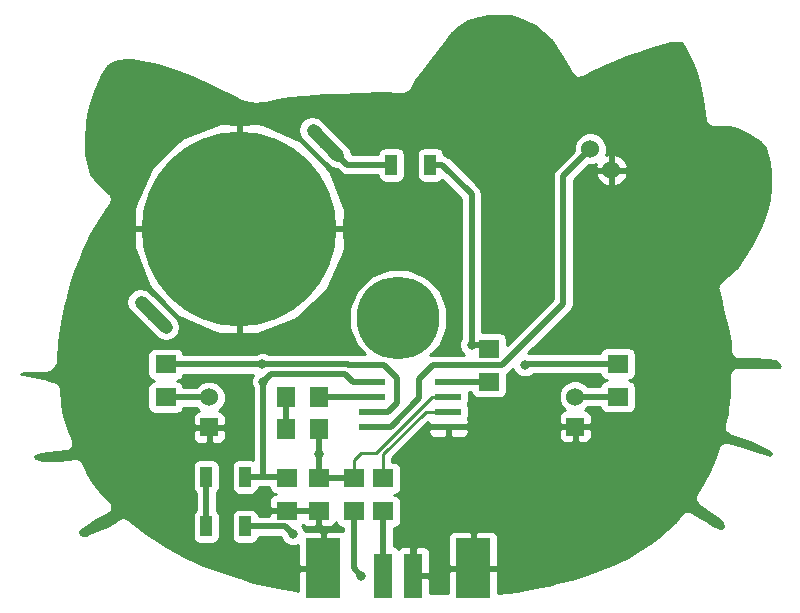
<source format=gbr>
G04 #@! TF.GenerationSoftware,KiCad,Pcbnew,no-vcs-found-4b010ca~60~ubuntu16.04.1*
G04 #@! TF.CreationDate,2017-10-03T11:45:03+03:00*
G04 #@! TF.ProjectId,TuxCon_Kitty_Rev_A,547578436F6E5F4B697474795F526576,rev?*
G04 #@! TF.SameCoordinates,Original*
G04 #@! TF.FileFunction,Copper,L2,Bot,Signal*
G04 #@! TF.FilePolarity,Positive*
%FSLAX46Y46*%
G04 Gerber Fmt 4.6, Leading zero omitted, Abs format (unit mm)*
G04 Created by KiCad (PCBNEW no-vcs-found-4b010ca~60~ubuntu16.04.1) date Tue Oct  3 11:45:03 2017*
%MOMM*%
%LPD*%
G01*
G04 APERTURE LIST*
%ADD10R,3.000000X5.080000*%
%ADD11R,1.524000X3.810000*%
%ADD12C,7.000000*%
%ADD13R,2.200000X0.600000*%
%ADD14C,1.524000*%
%ADD15R,1.524000X1.524000*%
%ADD16C,1.110000*%
%ADD17C,1.110000*%
%ADD18C,16.500000*%
%ADD19R,1.778000X1.524000*%
%ADD20R,1.000000X1.700000*%
%ADD21R,1.524000X1.778000*%
%ADD22C,0.800000*%
%ADD23C,0.508000*%
%ADD24C,0.254000*%
G04 APERTURE END LIST*
D10*
X120150000Y-81788000D03*
X132850000Y-81788000D03*
D11*
X125230000Y-82423000D03*
X127770000Y-82423000D03*
D12*
X126500000Y-60579000D03*
D13*
X124276500Y-65976500D03*
X124276500Y-67246500D03*
X124276500Y-68516500D03*
X124276500Y-69786500D03*
X130746500Y-69786500D03*
X130746500Y-68516500D03*
X130746500Y-67246500D03*
X130746500Y-65976500D03*
D14*
X110490000Y-67310000D03*
D15*
X110490000Y-69850000D03*
X141478000Y-69786500D03*
D14*
X141478000Y-67246500D03*
D16*
X120304007Y-45748493D03*
D17*
X121346990Y-46791476D02*
X119261024Y-44705510D01*
D18*
X113030000Y-53022500D03*
D16*
X105755993Y-60296507D03*
D17*
X106798976Y-61339490D02*
X104713010Y-59253524D01*
D14*
X142752513Y-46268936D03*
X144548564Y-48064987D03*
D19*
X119761000Y-74104500D03*
X119761000Y-76898500D03*
X117094000Y-76898500D03*
X117094000Y-74104500D03*
D20*
X129221500Y-47625000D03*
X125921500Y-47625000D03*
X110237000Y-78232000D03*
X113537000Y-78232000D03*
X110237000Y-74041000D03*
X113537000Y-74041000D03*
D19*
X145097500Y-67246500D03*
X145097500Y-64452500D03*
X106807000Y-64516000D03*
X106807000Y-67310000D03*
D21*
X119824500Y-69977000D03*
X117030500Y-69977000D03*
X119824500Y-67246500D03*
X117030500Y-67246500D03*
D19*
X134175500Y-65976500D03*
X134175500Y-63182500D03*
X122745500Y-76962000D03*
X122745500Y-74168000D03*
X125222000Y-74168000D03*
X125222000Y-76962000D03*
D22*
X119824500Y-72072500D03*
X132715000Y-62865000D03*
X115062000Y-65976500D03*
X117560000Y-78870002D03*
X137200000Y-64580000D03*
X114998500Y-64516000D03*
X123380500Y-82423000D03*
D23*
X125921500Y-47625000D02*
X122180514Y-47625000D01*
X122180514Y-47625000D02*
X120304007Y-45748493D01*
X127770000Y-82423000D02*
X127770000Y-79113000D01*
X127770000Y-79113000D02*
X134556500Y-72326500D01*
X134556500Y-72326500D02*
X134556500Y-69786500D01*
X141478000Y-69786500D02*
X134556500Y-69786500D01*
X134556500Y-69786500D02*
X130746500Y-69786500D01*
X124276500Y-69786500D02*
X125884500Y-69786500D01*
X135246702Y-64579500D02*
X140462000Y-59364202D01*
X125884500Y-69786500D02*
X128270000Y-67401000D01*
X128270000Y-67401000D02*
X128270000Y-65786000D01*
X128270000Y-65786000D02*
X129476500Y-64579500D01*
X129476500Y-64579500D02*
X135246702Y-64579500D01*
X140462000Y-59364202D02*
X140462000Y-48559449D01*
X140462000Y-48559449D02*
X142752513Y-46268936D01*
X119824500Y-72072500D02*
X119824500Y-74168000D01*
X119824500Y-69977000D02*
X119824500Y-72072500D01*
X119824500Y-74168000D02*
X122745500Y-74168000D01*
D24*
X123380500Y-72009000D02*
X122745500Y-72644000D01*
X122745500Y-72644000D02*
X122745500Y-74168000D01*
X124630000Y-72009000D02*
X123380500Y-72009000D01*
X130746500Y-67246500D02*
X129392500Y-67246500D01*
X129392500Y-67246500D02*
X124630000Y-72009000D01*
D23*
X132715000Y-62865000D02*
X132715000Y-50110500D01*
X132715000Y-50110500D02*
X130229500Y-47625000D01*
X130229500Y-47625000D02*
X129221500Y-47625000D01*
X132715000Y-62865000D02*
X133858000Y-62865000D01*
X133858000Y-62865000D02*
X134175500Y-63182500D01*
X124276500Y-65976500D02*
X122668500Y-65976500D01*
X115062000Y-65976500D02*
X115062000Y-74041000D01*
X122668500Y-65976500D02*
X122033500Y-65341500D01*
X122033500Y-65341500D02*
X115697000Y-65341500D01*
X115697000Y-65341500D02*
X115062000Y-65976500D01*
X113601500Y-74041000D02*
X115062000Y-74041000D01*
X115062000Y-74041000D02*
X117094000Y-74041000D01*
X110236000Y-74041000D02*
X110237000Y-74042000D01*
X110237000Y-74042000D02*
X110237000Y-78232000D01*
X117160001Y-78470003D02*
X117560000Y-78870002D01*
X116921998Y-78232000D02*
X117160001Y-78470003D01*
X113537000Y-78232000D02*
X116921998Y-78232000D01*
X141478000Y-67246500D02*
X145097500Y-67246500D01*
X106807000Y-67310000D02*
X110490000Y-67310000D01*
X137327500Y-64452500D02*
X137200000Y-64580000D01*
X145097500Y-64452500D02*
X137327500Y-64452500D01*
X124276500Y-68516500D02*
X125666500Y-68516500D01*
X122209277Y-64516000D02*
X114998500Y-64516000D01*
X125666500Y-68516500D02*
X126428500Y-67754500D01*
X126428500Y-67754500D02*
X126428500Y-65659000D01*
X126428500Y-65659000D02*
X125302501Y-64533001D01*
X125302501Y-64533001D02*
X122226278Y-64533001D01*
X122226278Y-64533001D02*
X122209277Y-64516000D01*
X114998500Y-64516000D02*
X106807000Y-64516000D01*
X117030500Y-69977000D02*
X117030500Y-67246500D01*
X124276500Y-67246500D02*
X119824500Y-67246500D01*
X130746500Y-65976500D02*
X134175500Y-65976500D01*
X122745500Y-76962000D02*
X122745500Y-81788000D01*
X122745500Y-81788000D02*
X123380500Y-82423000D01*
D24*
X130746500Y-68516500D02*
X128841500Y-68516500D01*
X128841500Y-68516500D02*
X125222000Y-72136000D01*
X125222000Y-72136000D02*
X125222000Y-74168000D01*
D23*
X125222000Y-76962000D02*
X125222000Y-82415000D01*
X125222000Y-82415000D02*
X125230000Y-82423000D01*
D24*
G36*
X136076171Y-35056320D02*
X136957136Y-35331622D01*
X138095505Y-35900806D01*
X139416146Y-37049190D01*
X140364751Y-38472098D01*
X141177400Y-39909860D01*
X141263121Y-40009429D01*
X141346767Y-40110716D01*
X141353311Y-40114188D01*
X141358145Y-40119803D01*
X141475431Y-40178982D01*
X141591483Y-40240557D01*
X141598859Y-40241261D01*
X141605473Y-40244598D01*
X141736462Y-40254387D01*
X141867259Y-40266864D01*
X141874344Y-40264691D01*
X141881731Y-40265243D01*
X142006498Y-40224159D01*
X142132111Y-40185634D01*
X142940709Y-39750236D01*
X143991579Y-39255709D01*
X144861252Y-38882992D01*
X145792093Y-38510656D01*
X146857803Y-38134523D01*
X146860751Y-38132773D01*
X146864138Y-38132253D01*
X147553606Y-37881537D01*
X148094316Y-37701300D01*
X149258116Y-37395037D01*
X149535418Y-37339577D01*
X149910457Y-37286000D01*
X150217096Y-37286000D01*
X150359845Y-37321687D01*
X150415173Y-37340130D01*
X150504891Y-37407419D01*
X150683333Y-37630471D01*
X150895726Y-37949060D01*
X151488391Y-39134390D01*
X151719568Y-39827920D01*
X151961351Y-40734607D01*
X152207462Y-42026689D01*
X152459136Y-43788409D01*
X152488678Y-43872390D01*
X152506046Y-43959705D01*
X152534231Y-44001887D01*
X152551064Y-44049740D01*
X152610492Y-44116020D01*
X152659954Y-44190046D01*
X152702135Y-44218230D01*
X152736000Y-44256000D01*
X152816273Y-44294494D01*
X152890295Y-44343954D01*
X152940051Y-44353851D01*
X152985792Y-44375786D01*
X153074682Y-44380631D01*
X153162000Y-44398000D01*
X154483781Y-44398000D01*
X155211100Y-44553854D01*
X156229386Y-45062997D01*
X157108842Y-45667623D01*
X157531836Y-46231614D01*
X157861064Y-47383911D01*
X157976500Y-48365122D01*
X157976500Y-49551879D01*
X157859674Y-50544900D01*
X157623312Y-51490348D01*
X157205052Y-52745128D01*
X156357167Y-54380334D01*
X155155291Y-56243242D01*
X153762769Y-57514675D01*
X153692189Y-57610573D01*
X153616365Y-57702389D01*
X153610471Y-57721606D01*
X153598560Y-57737790D01*
X153570051Y-57853398D01*
X153535136Y-57967241D01*
X153537044Y-57987246D01*
X153532232Y-58006761D01*
X153550136Y-58124481D01*
X153561443Y-58243017D01*
X153743741Y-58850676D01*
X153928260Y-59711766D01*
X153933105Y-59722991D01*
X153933699Y-59735200D01*
X154121278Y-60485519D01*
X154307565Y-61354854D01*
X154552628Y-62641438D01*
X154613091Y-63427455D01*
X154643241Y-63535086D01*
X154665046Y-63644705D01*
X154680375Y-63667646D01*
X154687817Y-63694214D01*
X154756857Y-63782111D01*
X154818954Y-63875046D01*
X154841894Y-63890374D01*
X154858938Y-63912073D01*
X154956366Y-63966861D01*
X155049295Y-64028954D01*
X155076355Y-64034337D01*
X155100405Y-64047861D01*
X155211379Y-64061195D01*
X155321000Y-64083000D01*
X156574113Y-64083000D01*
X157848987Y-64143708D01*
X158436805Y-64241678D01*
X158563758Y-64317850D01*
X158694150Y-64448242D01*
X158810412Y-64642012D01*
X158823393Y-64674463D01*
X158738887Y-64702632D01*
X157924500Y-64756924D01*
X157019228Y-64696573D01*
X156995486Y-64699672D01*
X156972000Y-64695000D01*
X155257500Y-64695000D01*
X154985795Y-64749046D01*
X154755454Y-64902954D01*
X154601546Y-65133295D01*
X154547500Y-65405000D01*
X154547500Y-66391462D01*
X154487264Y-67114302D01*
X154425381Y-67671252D01*
X154363256Y-68168251D01*
X154301806Y-68598401D01*
X154245565Y-68935850D01*
X154064518Y-69599687D01*
X154056444Y-69715000D01*
X154040806Y-69829528D01*
X154046822Y-69852422D01*
X154045169Y-69876038D01*
X154081838Y-69985664D01*
X154111217Y-70097458D01*
X154125537Y-70116307D01*
X154133047Y-70138759D01*
X154208880Y-70226010D01*
X154278803Y-70318048D01*
X154299247Y-70329983D01*
X154314776Y-70347850D01*
X154418214Y-70399434D01*
X154518047Y-70457715D01*
X156323344Y-71080231D01*
X157339825Y-71558576D01*
X157995407Y-71940999D01*
X157998166Y-71943758D01*
X158025383Y-72107063D01*
X158016602Y-72142188D01*
X158000913Y-72173565D01*
X157770787Y-72140690D01*
X156884029Y-71845104D01*
X155619049Y-71402361D01*
X155595638Y-71399054D01*
X155574527Y-71388402D01*
X154431527Y-71070902D01*
X154405162Y-71068932D01*
X154380743Y-71058787D01*
X154267844Y-71058669D01*
X154155269Y-71050256D01*
X154130155Y-71058526D01*
X154103715Y-71058498D01*
X153999374Y-71101590D01*
X153892139Y-71136900D01*
X153872101Y-71154152D01*
X153847663Y-71164244D01*
X153767752Y-71243988D01*
X153682197Y-71317645D01*
X153670286Y-71341251D01*
X153651570Y-71359928D01*
X153608259Y-71464180D01*
X153557402Y-71564973D01*
X153555431Y-71591341D01*
X153545288Y-71615757D01*
X153493048Y-71876957D01*
X153141914Y-72813313D01*
X152717121Y-73723584D01*
X152239825Y-74618515D01*
X151949249Y-75025321D01*
X151926246Y-75076298D01*
X151891957Y-75120478D01*
X151701457Y-75501478D01*
X151679652Y-75581101D01*
X151645412Y-75656221D01*
X151643410Y-75713446D01*
X151628287Y-75768669D01*
X151638612Y-75850573D01*
X151635725Y-75933080D01*
X151655774Y-75986714D01*
X151662935Y-76043522D01*
X151703819Y-76115243D01*
X151732725Y-76192571D01*
X151771772Y-76234449D01*
X151800128Y-76284193D01*
X151865347Y-76334809D01*
X151921644Y-76395189D01*
X153488757Y-77523511D01*
X153786759Y-77771845D01*
X153889088Y-77908284D01*
X153952602Y-78035312D01*
X153976000Y-78128904D01*
X153976000Y-78208096D01*
X153960229Y-78271179D01*
X153916166Y-78315242D01*
X153886489Y-78335027D01*
X153836596Y-78347500D01*
X153740303Y-78347500D01*
X153584977Y-78316435D01*
X153192195Y-78120044D01*
X152712799Y-77820421D01*
X152706657Y-77818093D01*
X152701792Y-77813680D01*
X152074790Y-77437479D01*
X151384182Y-76998000D01*
X151275203Y-76955684D01*
X151169076Y-76906697D01*
X151146759Y-76905809D01*
X151125939Y-76897725D01*
X151009073Y-76900334D01*
X150892266Y-76895688D01*
X150871308Y-76903409D01*
X150848979Y-76903907D01*
X150742004Y-76951042D01*
X150632315Y-76991449D01*
X150615907Y-77006602D01*
X150595469Y-77015607D01*
X150514677Y-77100088D01*
X150428797Y-77179398D01*
X149953562Y-77832846D01*
X149377232Y-78409176D01*
X148526499Y-79138376D01*
X147809984Y-79675762D01*
X146701977Y-80352877D01*
X145966016Y-80782188D01*
X144862144Y-81334124D01*
X144003402Y-81702156D01*
X142896645Y-82132562D01*
X141465047Y-82568266D01*
X140408843Y-82878914D01*
X139603850Y-83064682D01*
X139597860Y-83067380D01*
X139591300Y-83067699D01*
X138591688Y-83317602D01*
X137353848Y-83565170D01*
X136547783Y-83689180D01*
X135692976Y-83811295D01*
X134985000Y-83850627D01*
X134985000Y-82073750D01*
X134826250Y-81915000D01*
X132977000Y-81915000D01*
X132977000Y-81935000D01*
X132723000Y-81935000D01*
X132723000Y-81915000D01*
X130873750Y-81915000D01*
X130715000Y-82073750D01*
X130715000Y-83872000D01*
X129167000Y-83872000D01*
X129167000Y-82708750D01*
X129008250Y-82550000D01*
X127897000Y-82550000D01*
X127897000Y-82570000D01*
X127643000Y-82570000D01*
X127643000Y-82550000D01*
X127623000Y-82550000D01*
X127623000Y-82296000D01*
X127643000Y-82296000D01*
X127643000Y-80041750D01*
X127897000Y-80041750D01*
X127897000Y-82296000D01*
X129008250Y-82296000D01*
X129167000Y-82137250D01*
X129167000Y-80391690D01*
X129070327Y-80158301D01*
X128891698Y-79979673D01*
X128658309Y-79883000D01*
X128055750Y-79883000D01*
X127897000Y-80041750D01*
X127643000Y-80041750D01*
X127484250Y-79883000D01*
X126881691Y-79883000D01*
X126648302Y-79979673D01*
X126497063Y-80130911D01*
X126449809Y-80060191D01*
X126239765Y-79919843D01*
X126111000Y-79894230D01*
X126111000Y-79121690D01*
X130715000Y-79121690D01*
X130715000Y-81502250D01*
X130873750Y-81661000D01*
X132723000Y-81661000D01*
X132723000Y-78771750D01*
X132977000Y-78771750D01*
X132977000Y-81661000D01*
X134826250Y-81661000D01*
X134985000Y-81502250D01*
X134985000Y-79121690D01*
X134888327Y-78888301D01*
X134709698Y-78709673D01*
X134476309Y-78613000D01*
X133135750Y-78613000D01*
X132977000Y-78771750D01*
X132723000Y-78771750D01*
X132564250Y-78613000D01*
X131223691Y-78613000D01*
X130990302Y-78709673D01*
X130811673Y-78888301D01*
X130715000Y-79121690D01*
X126111000Y-79121690D01*
X126111000Y-78371440D01*
X126358765Y-78322157D01*
X126568809Y-78181809D01*
X126709157Y-77971765D01*
X126758440Y-77724000D01*
X126758440Y-76200000D01*
X126709157Y-75952235D01*
X126568809Y-75742191D01*
X126358765Y-75601843D01*
X126173541Y-75565000D01*
X126358765Y-75528157D01*
X126568809Y-75387809D01*
X126709157Y-75177765D01*
X126758440Y-74930000D01*
X126758440Y-73406000D01*
X126709157Y-73158235D01*
X126568809Y-72948191D01*
X126358765Y-72807843D01*
X126111000Y-72758560D01*
X125984000Y-72758560D01*
X125984000Y-72451630D01*
X128363380Y-70072250D01*
X129011500Y-70072250D01*
X129011500Y-70212809D01*
X129108173Y-70446198D01*
X129286801Y-70624827D01*
X129520190Y-70721500D01*
X130460750Y-70721500D01*
X130619500Y-70562750D01*
X130619500Y-69913500D01*
X130873500Y-69913500D01*
X130873500Y-70562750D01*
X131032250Y-70721500D01*
X131972810Y-70721500D01*
X132206199Y-70624827D01*
X132384827Y-70446198D01*
X132481500Y-70212809D01*
X132481500Y-70072250D01*
X140081000Y-70072250D01*
X140081000Y-70674809D01*
X140177673Y-70908198D01*
X140356301Y-71086827D01*
X140589690Y-71183500D01*
X141192250Y-71183500D01*
X141351000Y-71024750D01*
X141351000Y-69913500D01*
X141605000Y-69913500D01*
X141605000Y-71024750D01*
X141763750Y-71183500D01*
X142366310Y-71183500D01*
X142599699Y-71086827D01*
X142778327Y-70908198D01*
X142875000Y-70674809D01*
X142875000Y-70072250D01*
X142716250Y-69913500D01*
X141605000Y-69913500D01*
X141351000Y-69913500D01*
X140239750Y-69913500D01*
X140081000Y-70072250D01*
X132481500Y-70072250D01*
X132322750Y-69913500D01*
X130873500Y-69913500D01*
X130619500Y-69913500D01*
X129170250Y-69913500D01*
X129011500Y-70072250D01*
X128363380Y-70072250D01*
X129011500Y-69424130D01*
X129011500Y-69500750D01*
X129170250Y-69659500D01*
X130619500Y-69659500D01*
X130619500Y-69639500D01*
X130873500Y-69639500D01*
X130873500Y-69659500D01*
X132322750Y-69659500D01*
X132481500Y-69500750D01*
X132481500Y-69360191D01*
X132391732Y-69143472D01*
X132444657Y-69064265D01*
X132493940Y-68816500D01*
X132493940Y-68216500D01*
X132444657Y-67968735D01*
X132386368Y-67881500D01*
X132444657Y-67794265D01*
X132493940Y-67546500D01*
X132493940Y-66946500D01*
X132477828Y-66865500D01*
X132664322Y-66865500D01*
X132688343Y-66986265D01*
X132828691Y-67196309D01*
X133038735Y-67336657D01*
X133286500Y-67385940D01*
X135064500Y-67385940D01*
X135312265Y-67336657D01*
X135522309Y-67196309D01*
X135662657Y-66986265D01*
X135711940Y-66738500D01*
X135711940Y-65317285D01*
X135875320Y-65208118D01*
X136203897Y-64879541D01*
X136322058Y-65165515D01*
X136612954Y-65456919D01*
X136993223Y-65614820D01*
X137404971Y-65615179D01*
X137785515Y-65457942D01*
X137902160Y-65341500D01*
X143586322Y-65341500D01*
X143610343Y-65462265D01*
X143750691Y-65672309D01*
X143960735Y-65812657D01*
X144145959Y-65849500D01*
X143960735Y-65886343D01*
X143750691Y-66026691D01*
X143610343Y-66236735D01*
X143586322Y-66357500D01*
X142564485Y-66357500D01*
X142270370Y-66062871D01*
X141757100Y-65849743D01*
X141201339Y-65849258D01*
X140687697Y-66061490D01*
X140294371Y-66454130D01*
X140081243Y-66967400D01*
X140080758Y-67523161D01*
X140292990Y-68036803D01*
X140645072Y-68389500D01*
X140589690Y-68389500D01*
X140356301Y-68486173D01*
X140177673Y-68664802D01*
X140081000Y-68898191D01*
X140081000Y-69500750D01*
X140239750Y-69659500D01*
X141351000Y-69659500D01*
X141351000Y-69639500D01*
X141605000Y-69639500D01*
X141605000Y-69659500D01*
X142716250Y-69659500D01*
X142875000Y-69500750D01*
X142875000Y-68898191D01*
X142778327Y-68664802D01*
X142599699Y-68486173D01*
X142366310Y-68389500D01*
X142310386Y-68389500D01*
X142564830Y-68135500D01*
X143586322Y-68135500D01*
X143610343Y-68256265D01*
X143750691Y-68466309D01*
X143960735Y-68606657D01*
X144208500Y-68655940D01*
X145986500Y-68655940D01*
X146234265Y-68606657D01*
X146444309Y-68466309D01*
X146584657Y-68256265D01*
X146633940Y-68008500D01*
X146633940Y-66484500D01*
X146584657Y-66236735D01*
X146444309Y-66026691D01*
X146234265Y-65886343D01*
X146049041Y-65849500D01*
X146234265Y-65812657D01*
X146444309Y-65672309D01*
X146584657Y-65462265D01*
X146633940Y-65214500D01*
X146633940Y-63690500D01*
X146584657Y-63442735D01*
X146444309Y-63232691D01*
X146234265Y-63092343D01*
X145986500Y-63043060D01*
X144208500Y-63043060D01*
X143960735Y-63092343D01*
X143750691Y-63232691D01*
X143610343Y-63442735D01*
X143586322Y-63563500D01*
X137519938Y-63563500D01*
X141090618Y-59992820D01*
X141144406Y-59912320D01*
X141283329Y-59704408D01*
X141351000Y-59364202D01*
X141351000Y-48927685D01*
X141866329Y-48412356D01*
X143167202Y-48412356D01*
X143405284Y-48914538D01*
X143817420Y-49287384D01*
X144201195Y-49446349D01*
X144421564Y-49324218D01*
X144421564Y-48191987D01*
X144675564Y-48191987D01*
X144675564Y-49324218D01*
X144895933Y-49446349D01*
X145398115Y-49208267D01*
X145770961Y-48796131D01*
X145929926Y-48412356D01*
X145807795Y-48191987D01*
X144675564Y-48191987D01*
X144421564Y-48191987D01*
X143289333Y-48191987D01*
X143167202Y-48412356D01*
X141866329Y-48412356D01*
X142612870Y-47665815D01*
X143029174Y-47666178D01*
X143221410Y-47586748D01*
X143167202Y-47717618D01*
X143289333Y-47937987D01*
X144241956Y-47937987D01*
X144354815Y-48050846D01*
X144534423Y-47871238D01*
X144421564Y-47758379D01*
X144421564Y-46805756D01*
X144675564Y-46805756D01*
X144675564Y-47937987D01*
X145807795Y-47937987D01*
X145929926Y-47717618D01*
X145691844Y-47215436D01*
X145279708Y-46842590D01*
X144895933Y-46683625D01*
X144675564Y-46805756D01*
X144421564Y-46805756D01*
X144201195Y-46683625D01*
X144066441Y-46747511D01*
X144149270Y-46548036D01*
X144149755Y-45992275D01*
X143937523Y-45478633D01*
X143544883Y-45085307D01*
X143031613Y-44872179D01*
X142475852Y-44871694D01*
X141962210Y-45083926D01*
X141568884Y-45476566D01*
X141355756Y-45989836D01*
X141355390Y-46408823D01*
X139833382Y-47930831D01*
X139640671Y-48219243D01*
X139573000Y-48559449D01*
X139573000Y-58995966D01*
X135711940Y-62857026D01*
X135711940Y-62420500D01*
X135662657Y-62172735D01*
X135522309Y-61962691D01*
X135312265Y-61822343D01*
X135064500Y-61773060D01*
X133604000Y-61773060D01*
X133604000Y-50110500D01*
X133536329Y-49770294D01*
X133343618Y-49481882D01*
X130858118Y-46996382D01*
X130746359Y-46921707D01*
X130569706Y-46803671D01*
X130366607Y-46763272D01*
X130319657Y-46527235D01*
X130179309Y-46317191D01*
X129969265Y-46176843D01*
X129721500Y-46127560D01*
X128721500Y-46127560D01*
X128473735Y-46176843D01*
X128263691Y-46317191D01*
X128123343Y-46527235D01*
X128074060Y-46775000D01*
X128074060Y-48475000D01*
X128123343Y-48722765D01*
X128263691Y-48932809D01*
X128473735Y-49073157D01*
X128721500Y-49122440D01*
X129721500Y-49122440D01*
X129969265Y-49073157D01*
X130179309Y-48932809D01*
X130219670Y-48872406D01*
X131826000Y-50478736D01*
X131826000Y-62307048D01*
X131680180Y-62658223D01*
X131679821Y-63069971D01*
X131837058Y-63450515D01*
X132076625Y-63690500D01*
X129476500Y-63690500D01*
X129176087Y-63750255D01*
X130003438Y-62924347D01*
X130634280Y-61405111D01*
X130635716Y-59760106D01*
X130007526Y-58239771D01*
X128845347Y-57075562D01*
X127326111Y-56444720D01*
X125681106Y-56443284D01*
X124160771Y-57071474D01*
X122996562Y-58233653D01*
X122365720Y-59752889D01*
X122364284Y-61397894D01*
X122992474Y-62918229D01*
X123716980Y-63644001D01*
X122294747Y-63644001D01*
X122209277Y-63627000D01*
X115556452Y-63627000D01*
X115205277Y-63481180D01*
X114793529Y-63480821D01*
X114439748Y-63627000D01*
X108318178Y-63627000D01*
X108294157Y-63506235D01*
X108153809Y-63296191D01*
X107943765Y-63155843D01*
X107696000Y-63106560D01*
X105918000Y-63106560D01*
X105670235Y-63155843D01*
X105460191Y-63296191D01*
X105319843Y-63506235D01*
X105270560Y-63754000D01*
X105270560Y-65278000D01*
X105319843Y-65525765D01*
X105460191Y-65735809D01*
X105670235Y-65876157D01*
X105855459Y-65913000D01*
X105670235Y-65949843D01*
X105460191Y-66090191D01*
X105319843Y-66300235D01*
X105270560Y-66548000D01*
X105270560Y-68072000D01*
X105319843Y-68319765D01*
X105460191Y-68529809D01*
X105670235Y-68670157D01*
X105918000Y-68719440D01*
X107696000Y-68719440D01*
X107943765Y-68670157D01*
X108153809Y-68529809D01*
X108294157Y-68319765D01*
X108318178Y-68199000D01*
X109403515Y-68199000D01*
X109657072Y-68453000D01*
X109601690Y-68453000D01*
X109368301Y-68549673D01*
X109189673Y-68728302D01*
X109093000Y-68961691D01*
X109093000Y-69564250D01*
X109251750Y-69723000D01*
X110363000Y-69723000D01*
X110363000Y-69703000D01*
X110617000Y-69703000D01*
X110617000Y-69723000D01*
X111728250Y-69723000D01*
X111887000Y-69564250D01*
X111887000Y-68961691D01*
X111790327Y-68728302D01*
X111611699Y-68549673D01*
X111378310Y-68453000D01*
X111322386Y-68453000D01*
X111673629Y-68102370D01*
X111886757Y-67589100D01*
X111887242Y-67033339D01*
X111675010Y-66519697D01*
X111282370Y-66126371D01*
X110769100Y-65913243D01*
X110213339Y-65912758D01*
X109699697Y-66124990D01*
X109403170Y-66421000D01*
X108318178Y-66421000D01*
X108294157Y-66300235D01*
X108153809Y-66090191D01*
X107943765Y-65949843D01*
X107758541Y-65913000D01*
X107943765Y-65876157D01*
X108153809Y-65735809D01*
X108294157Y-65525765D01*
X108318178Y-65405000D01*
X114178626Y-65405000D01*
X114027180Y-65769723D01*
X114026821Y-66181471D01*
X114173000Y-66535252D01*
X114173000Y-72570612D01*
X114037000Y-72543560D01*
X113037000Y-72543560D01*
X112789235Y-72592843D01*
X112579191Y-72733191D01*
X112438843Y-72943235D01*
X112389560Y-73191000D01*
X112389560Y-74891000D01*
X112438843Y-75138765D01*
X112579191Y-75348809D01*
X112789235Y-75489157D01*
X113037000Y-75538440D01*
X114037000Y-75538440D01*
X114284765Y-75489157D01*
X114494809Y-75348809D01*
X114635157Y-75138765D01*
X114676682Y-74930000D01*
X115570191Y-74930000D01*
X115606843Y-75114265D01*
X115747191Y-75324309D01*
X115957235Y-75464657D01*
X116142459Y-75501500D01*
X116078690Y-75501500D01*
X115845301Y-75598173D01*
X115666673Y-75776802D01*
X115570000Y-76010191D01*
X115570000Y-76612750D01*
X115728750Y-76771500D01*
X116967000Y-76771500D01*
X116967000Y-76751500D01*
X117221000Y-76751500D01*
X117221000Y-76771500D01*
X119634000Y-76771500D01*
X119634000Y-76751500D01*
X119888000Y-76751500D01*
X119888000Y-76771500D01*
X119908000Y-76771500D01*
X119908000Y-77025500D01*
X119888000Y-77025500D01*
X119888000Y-78136750D01*
X120046750Y-78295500D01*
X120776310Y-78295500D01*
X121009699Y-78198827D01*
X121188327Y-78020198D01*
X121242137Y-77890290D01*
X121258343Y-77971765D01*
X121398691Y-78181809D01*
X121608735Y-78322157D01*
X121856500Y-78371440D01*
X121856500Y-78646216D01*
X121776309Y-78613000D01*
X120435750Y-78613000D01*
X120277000Y-78771750D01*
X120277000Y-81661000D01*
X120297000Y-81661000D01*
X120297000Y-81915000D01*
X120277000Y-81915000D01*
X120277000Y-81935000D01*
X120023000Y-81935000D01*
X120023000Y-81915000D01*
X118173750Y-81915000D01*
X118015000Y-82073750D01*
X118015000Y-83723701D01*
X117385451Y-83573808D01*
X117368027Y-83573156D01*
X117351845Y-83566661D01*
X116344850Y-83377849D01*
X115470221Y-83190429D01*
X114663785Y-83004328D01*
X113987474Y-82819880D01*
X113361017Y-82631943D01*
X113356282Y-82631491D01*
X113352052Y-82629318D01*
X112482978Y-82381011D01*
X111232549Y-81943361D01*
X109994651Y-81510097D01*
X108399715Y-80773972D01*
X106860433Y-79911975D01*
X105187113Y-78796428D01*
X103617109Y-77603225D01*
X103597769Y-77593798D01*
X103582572Y-77578570D01*
X103473881Y-77533415D01*
X103368086Y-77481850D01*
X103346613Y-77480542D01*
X103326742Y-77472287D01*
X103209044Y-77472164D01*
X103091570Y-77465010D01*
X103071228Y-77472020D01*
X103049714Y-77471998D01*
X102940928Y-77516925D01*
X102829658Y-77555272D01*
X102813550Y-77569531D01*
X102793663Y-77577744D01*
X102412663Y-77831744D01*
X102406854Y-77837541D01*
X102399342Y-77840845D01*
X101835524Y-78235518D01*
X100280685Y-78833533D01*
X100024283Y-78919000D01*
X99799108Y-78919000D01*
X99635298Y-78837095D01*
X99579500Y-78792457D01*
X99579500Y-78653092D01*
X99769386Y-78463206D01*
X100874388Y-77707152D01*
X101902316Y-77223421D01*
X101929667Y-77203218D01*
X101961740Y-77191936D01*
X102040288Y-77121509D01*
X102125147Y-77058828D01*
X102142683Y-77029699D01*
X102168000Y-77007000D01*
X102213614Y-76911880D01*
X102268031Y-76821491D01*
X102273086Y-76787862D01*
X102287786Y-76757208D01*
X102293528Y-76651874D01*
X102309211Y-76547540D01*
X102301013Y-76514541D01*
X102302864Y-76480591D01*
X102267859Y-76381080D01*
X102242422Y-76278684D01*
X102222217Y-76251330D01*
X102210936Y-76219260D01*
X102140515Y-76140719D01*
X102077829Y-76055853D01*
X102048699Y-76038316D01*
X102026000Y-76013000D01*
X101825973Y-75862980D01*
X101255981Y-75235988D01*
X100653420Y-74452660D01*
X100199761Y-73772171D01*
X99967293Y-73191000D01*
X109089560Y-73191000D01*
X109089560Y-74891000D01*
X109138843Y-75138765D01*
X109279191Y-75348809D01*
X109348000Y-75394786D01*
X109348000Y-76878214D01*
X109279191Y-76924191D01*
X109138843Y-77134235D01*
X109089560Y-77382000D01*
X109089560Y-79082000D01*
X109138843Y-79329765D01*
X109279191Y-79539809D01*
X109489235Y-79680157D01*
X109737000Y-79729440D01*
X110737000Y-79729440D01*
X110984765Y-79680157D01*
X111194809Y-79539809D01*
X111335157Y-79329765D01*
X111384440Y-79082000D01*
X111384440Y-77382000D01*
X112389560Y-77382000D01*
X112389560Y-79082000D01*
X112438843Y-79329765D01*
X112579191Y-79539809D01*
X112789235Y-79680157D01*
X113037000Y-79729440D01*
X114037000Y-79729440D01*
X114284765Y-79680157D01*
X114494809Y-79539809D01*
X114635157Y-79329765D01*
X114676682Y-79121000D01*
X116543839Y-79121000D01*
X116682058Y-79455517D01*
X116972954Y-79746921D01*
X117353223Y-79904822D01*
X117764971Y-79905181D01*
X118015000Y-79801872D01*
X118015000Y-81502250D01*
X118173750Y-81661000D01*
X120023000Y-81661000D01*
X120023000Y-78771750D01*
X119864250Y-78613000D01*
X118573680Y-78613000D01*
X118437942Y-78284487D01*
X118347569Y-78193957D01*
X118427500Y-78114026D01*
X118512301Y-78198827D01*
X118745690Y-78295500D01*
X119475250Y-78295500D01*
X119634000Y-78136750D01*
X119634000Y-77025500D01*
X117221000Y-77025500D01*
X117221000Y-77045500D01*
X116967000Y-77045500D01*
X116967000Y-77025500D01*
X115728750Y-77025500D01*
X115570000Y-77184250D01*
X115570000Y-77343000D01*
X114676682Y-77343000D01*
X114635157Y-77134235D01*
X114494809Y-76924191D01*
X114284765Y-76783843D01*
X114037000Y-76734560D01*
X113037000Y-76734560D01*
X112789235Y-76783843D01*
X112579191Y-76924191D01*
X112438843Y-77134235D01*
X112389560Y-77382000D01*
X111384440Y-77382000D01*
X111335157Y-77134235D01*
X111194809Y-76924191D01*
X111126000Y-76878214D01*
X111126000Y-75394786D01*
X111194809Y-75348809D01*
X111335157Y-75138765D01*
X111384440Y-74891000D01*
X111384440Y-73191000D01*
X111335157Y-72943235D01*
X111194809Y-72733191D01*
X110984765Y-72592843D01*
X110737000Y-72543560D01*
X109737000Y-72543560D01*
X109489235Y-72592843D01*
X109279191Y-72733191D01*
X109138843Y-72943235D01*
X109089560Y-73191000D01*
X99967293Y-73191000D01*
X99846218Y-72888313D01*
X99825270Y-72856120D01*
X99814239Y-72819328D01*
X99750305Y-72740910D01*
X99695129Y-72656113D01*
X99663458Y-72634388D01*
X99639186Y-72604617D01*
X99550113Y-72556637D01*
X99466683Y-72499407D01*
X99429104Y-72491455D01*
X99395291Y-72473241D01*
X99294641Y-72463000D01*
X99195657Y-72442053D01*
X99157899Y-72449086D01*
X99119686Y-72445198D01*
X97819765Y-72569000D01*
X96306707Y-72569000D01*
X95873096Y-72438917D01*
X95770837Y-72370744D01*
X95770836Y-72370743D01*
X95737220Y-72348333D01*
X95729398Y-72332689D01*
X95716752Y-72282104D01*
X95724634Y-72266339D01*
X95786445Y-72241615D01*
X96225253Y-72131913D01*
X96867213Y-72015193D01*
X98356963Y-71891047D01*
X98461560Y-71861027D01*
X98568332Y-71840021D01*
X98593819Y-71823068D01*
X98623241Y-71814624D01*
X98708395Y-71746857D01*
X98798994Y-71686594D01*
X98816051Y-71661182D01*
X98840005Y-71642119D01*
X98892742Y-71546925D01*
X98953385Y-71456577D01*
X98959419Y-71426568D01*
X98974253Y-71399792D01*
X98986547Y-71291663D01*
X99007998Y-71184985D01*
X99002090Y-71154954D01*
X99005548Y-71124538D01*
X98975526Y-71019933D01*
X98954521Y-70913167D01*
X98634409Y-70135750D01*
X109093000Y-70135750D01*
X109093000Y-70738309D01*
X109189673Y-70971698D01*
X109368301Y-71150327D01*
X109601690Y-71247000D01*
X110204250Y-71247000D01*
X110363000Y-71088250D01*
X110363000Y-69977000D01*
X110617000Y-69977000D01*
X110617000Y-71088250D01*
X110775750Y-71247000D01*
X111378310Y-71247000D01*
X111611699Y-71150327D01*
X111790327Y-70971698D01*
X111887000Y-70738309D01*
X111887000Y-70135750D01*
X111728250Y-69977000D01*
X110617000Y-69977000D01*
X110363000Y-69977000D01*
X109251750Y-69977000D01*
X109093000Y-70135750D01*
X98634409Y-70135750D01*
X98521889Y-69862489D01*
X98226140Y-68916094D01*
X98049796Y-67975594D01*
X97925831Y-66549993D01*
X97919700Y-66528918D01*
X97920767Y-66507000D01*
X97881208Y-66396599D01*
X97848450Y-66283991D01*
X97834723Y-66266869D01*
X97827320Y-66246208D01*
X97748530Y-66159357D01*
X97675167Y-66067849D01*
X97655927Y-66057281D01*
X97641184Y-66041029D01*
X97535158Y-65990942D01*
X97432359Y-65934474D01*
X97410543Y-65932073D01*
X97390700Y-65922699D01*
X96882700Y-65795699D01*
X96865575Y-65794866D01*
X96849742Y-65788288D01*
X95584562Y-65535252D01*
X94728176Y-65351741D01*
X94525366Y-65290898D01*
X94871486Y-65226000D01*
X96774000Y-65226000D01*
X96823755Y-65216103D01*
X96874409Y-65218864D01*
X96958390Y-65189322D01*
X97045705Y-65171954D01*
X97087887Y-65143769D01*
X97135740Y-65126936D01*
X97202020Y-65067508D01*
X97276046Y-65018046D01*
X97304230Y-64975865D01*
X97342000Y-64942000D01*
X97532500Y-64688000D01*
X97570994Y-64607727D01*
X97620454Y-64533705D01*
X97630351Y-64483949D01*
X97652286Y-64438208D01*
X97657131Y-64349318D01*
X97674500Y-64262000D01*
X97674500Y-63918267D01*
X97797599Y-62748826D01*
X97796672Y-62738724D01*
X97799409Y-62728955D01*
X97860501Y-61934756D01*
X98105336Y-60465745D01*
X98402751Y-59216606D01*
X103486092Y-59216606D01*
X103576675Y-59672000D01*
X103834635Y-60058063D01*
X105994437Y-62217865D01*
X106380500Y-62475824D01*
X106835894Y-62566408D01*
X107291288Y-62475824D01*
X107677351Y-62217865D01*
X107935310Y-61831802D01*
X108025894Y-61376408D01*
X107935310Y-60921014D01*
X107677351Y-60534951D01*
X105517549Y-58375149D01*
X105131486Y-58117189D01*
X104676092Y-58026606D01*
X104220698Y-58117189D01*
X103834635Y-58375149D01*
X103576675Y-58761212D01*
X103486092Y-59216606D01*
X98402751Y-59216606D01*
X98415258Y-59164077D01*
X98726040Y-57983106D01*
X99157277Y-56627790D01*
X99528718Y-55699187D01*
X99530155Y-55691472D01*
X99534294Y-55684798D01*
X99902211Y-54703686D01*
X99971580Y-54564947D01*
X104103211Y-54564947D01*
X105372991Y-57863669D01*
X107808481Y-60425367D01*
X111038900Y-61860046D01*
X111487553Y-61949289D01*
X112903000Y-61921911D01*
X112903000Y-53149500D01*
X113157000Y-53149500D01*
X113157000Y-61921911D01*
X114572447Y-61949289D01*
X117871169Y-60679509D01*
X120432867Y-58244019D01*
X121867546Y-55013600D01*
X121956789Y-54564947D01*
X121929411Y-53149500D01*
X113157000Y-53149500D01*
X112903000Y-53149500D01*
X104130589Y-53149500D01*
X104103211Y-54564947D01*
X99971580Y-54564947D01*
X100507055Y-53493999D01*
X101182519Y-52388693D01*
X101682756Y-51638337D01*
X101690990Y-51618400D01*
X101705283Y-51602248D01*
X101776563Y-51480053D01*
X104103211Y-51480053D01*
X104130589Y-52895500D01*
X112903000Y-52895500D01*
X112903000Y-44123089D01*
X113157000Y-44123089D01*
X113157000Y-52895500D01*
X121929411Y-52895500D01*
X121956789Y-51480053D01*
X120687009Y-48181331D01*
X118251519Y-45619633D01*
X116110092Y-44668592D01*
X118034106Y-44668592D01*
X118124689Y-45123986D01*
X118382649Y-45510049D01*
X120542451Y-47669851D01*
X120928514Y-47927810D01*
X121299977Y-48001699D01*
X121551896Y-48253618D01*
X121840309Y-48446330D01*
X122180514Y-48514000D01*
X124781818Y-48514000D01*
X124823343Y-48722765D01*
X124963691Y-48932809D01*
X125173735Y-49073157D01*
X125421500Y-49122440D01*
X126421500Y-49122440D01*
X126669265Y-49073157D01*
X126879309Y-48932809D01*
X127019657Y-48722765D01*
X127068940Y-48475000D01*
X127068940Y-46775000D01*
X127019657Y-46527235D01*
X126879309Y-46317191D01*
X126669265Y-46176843D01*
X126421500Y-46127560D01*
X125421500Y-46127560D01*
X125173735Y-46176843D01*
X124963691Y-46317191D01*
X124823343Y-46527235D01*
X124781818Y-46736000D01*
X122555530Y-46736000D01*
X122483324Y-46373000D01*
X122225365Y-45986937D01*
X120065563Y-43827135D01*
X119679500Y-43569175D01*
X119224106Y-43478592D01*
X118768712Y-43569175D01*
X118382649Y-43827135D01*
X118124689Y-44213198D01*
X118034106Y-44668592D01*
X116110092Y-44668592D01*
X115021100Y-44184954D01*
X114572447Y-44095711D01*
X113157000Y-44123089D01*
X112903000Y-44123089D01*
X111487553Y-44095711D01*
X108188831Y-45365491D01*
X105627133Y-47800981D01*
X104192454Y-51031400D01*
X104103211Y-51480053D01*
X101776563Y-51480053D01*
X102149783Y-50840249D01*
X102165553Y-50794465D01*
X102192454Y-50754205D01*
X102210268Y-50664650D01*
X102240003Y-50578323D01*
X102237053Y-50529994D01*
X102246500Y-50482500D01*
X102228687Y-50392946D01*
X102223123Y-50301810D01*
X102201900Y-50258285D01*
X102192454Y-50210795D01*
X102141726Y-50134874D01*
X102101709Y-50052805D01*
X102065449Y-50020718D01*
X102038546Y-49980454D01*
X100863301Y-48805209D01*
X100520606Y-48364601D01*
X100316648Y-47752728D01*
X100083616Y-46704082D01*
X100025364Y-45539042D01*
X100145950Y-43971418D01*
X100324413Y-43019619D01*
X100568063Y-42105931D01*
X100804102Y-41338803D01*
X101154032Y-40580621D01*
X101447571Y-40052252D01*
X101965486Y-39246606D01*
X102147576Y-39064516D01*
X102482810Y-38896898D01*
X102861947Y-38802114D01*
X103473704Y-38746500D01*
X103942698Y-38746500D01*
X104826257Y-38923212D01*
X104826258Y-38923212D01*
X105754782Y-39108917D01*
X106417132Y-39289558D01*
X107398942Y-39596374D01*
X109016113Y-40218363D01*
X110318138Y-40776373D01*
X112585478Y-41910043D01*
X113220479Y-42227543D01*
X113311553Y-42252484D01*
X113398758Y-42288712D01*
X114033757Y-42415712D01*
X114127385Y-42415810D01*
X114220228Y-42427927D01*
X115172728Y-42364427D01*
X115210146Y-42354356D01*
X115248888Y-42355196D01*
X116328388Y-42164696D01*
X116336036Y-42161721D01*
X116344242Y-42161712D01*
X117261045Y-41978351D01*
X118549953Y-41855598D01*
X120313996Y-41729595D01*
X121444355Y-41666798D01*
X123215341Y-41603548D01*
X123215342Y-41603548D01*
X125031902Y-41540908D01*
X126912846Y-41603606D01*
X127006300Y-41588234D01*
X127100951Y-41584693D01*
X127141829Y-41565941D01*
X127186201Y-41558642D01*
X127266660Y-41508676D01*
X127352749Y-41469184D01*
X127383336Y-41436219D01*
X127421542Y-41412493D01*
X127476758Y-41335536D01*
X127541177Y-41266109D01*
X128036410Y-40461357D01*
X128650523Y-39601599D01*
X129467239Y-38533585D01*
X130351465Y-37396723D01*
X131085853Y-36478739D01*
X131639106Y-35925486D01*
X132373555Y-35453340D01*
X133372517Y-35175851D01*
X134121319Y-35060650D01*
X135250034Y-35001244D01*
X136076171Y-35056320D01*
X136076171Y-35056320D01*
G37*
X136076171Y-35056320D02*
X136957136Y-35331622D01*
X138095505Y-35900806D01*
X139416146Y-37049190D01*
X140364751Y-38472098D01*
X141177400Y-39909860D01*
X141263121Y-40009429D01*
X141346767Y-40110716D01*
X141353311Y-40114188D01*
X141358145Y-40119803D01*
X141475431Y-40178982D01*
X141591483Y-40240557D01*
X141598859Y-40241261D01*
X141605473Y-40244598D01*
X141736462Y-40254387D01*
X141867259Y-40266864D01*
X141874344Y-40264691D01*
X141881731Y-40265243D01*
X142006498Y-40224159D01*
X142132111Y-40185634D01*
X142940709Y-39750236D01*
X143991579Y-39255709D01*
X144861252Y-38882992D01*
X145792093Y-38510656D01*
X146857803Y-38134523D01*
X146860751Y-38132773D01*
X146864138Y-38132253D01*
X147553606Y-37881537D01*
X148094316Y-37701300D01*
X149258116Y-37395037D01*
X149535418Y-37339577D01*
X149910457Y-37286000D01*
X150217096Y-37286000D01*
X150359845Y-37321687D01*
X150415173Y-37340130D01*
X150504891Y-37407419D01*
X150683333Y-37630471D01*
X150895726Y-37949060D01*
X151488391Y-39134390D01*
X151719568Y-39827920D01*
X151961351Y-40734607D01*
X152207462Y-42026689D01*
X152459136Y-43788409D01*
X152488678Y-43872390D01*
X152506046Y-43959705D01*
X152534231Y-44001887D01*
X152551064Y-44049740D01*
X152610492Y-44116020D01*
X152659954Y-44190046D01*
X152702135Y-44218230D01*
X152736000Y-44256000D01*
X152816273Y-44294494D01*
X152890295Y-44343954D01*
X152940051Y-44353851D01*
X152985792Y-44375786D01*
X153074682Y-44380631D01*
X153162000Y-44398000D01*
X154483781Y-44398000D01*
X155211100Y-44553854D01*
X156229386Y-45062997D01*
X157108842Y-45667623D01*
X157531836Y-46231614D01*
X157861064Y-47383911D01*
X157976500Y-48365122D01*
X157976500Y-49551879D01*
X157859674Y-50544900D01*
X157623312Y-51490348D01*
X157205052Y-52745128D01*
X156357167Y-54380334D01*
X155155291Y-56243242D01*
X153762769Y-57514675D01*
X153692189Y-57610573D01*
X153616365Y-57702389D01*
X153610471Y-57721606D01*
X153598560Y-57737790D01*
X153570051Y-57853398D01*
X153535136Y-57967241D01*
X153537044Y-57987246D01*
X153532232Y-58006761D01*
X153550136Y-58124481D01*
X153561443Y-58243017D01*
X153743741Y-58850676D01*
X153928260Y-59711766D01*
X153933105Y-59722991D01*
X153933699Y-59735200D01*
X154121278Y-60485519D01*
X154307565Y-61354854D01*
X154552628Y-62641438D01*
X154613091Y-63427455D01*
X154643241Y-63535086D01*
X154665046Y-63644705D01*
X154680375Y-63667646D01*
X154687817Y-63694214D01*
X154756857Y-63782111D01*
X154818954Y-63875046D01*
X154841894Y-63890374D01*
X154858938Y-63912073D01*
X154956366Y-63966861D01*
X155049295Y-64028954D01*
X155076355Y-64034337D01*
X155100405Y-64047861D01*
X155211379Y-64061195D01*
X155321000Y-64083000D01*
X156574113Y-64083000D01*
X157848987Y-64143708D01*
X158436805Y-64241678D01*
X158563758Y-64317850D01*
X158694150Y-64448242D01*
X158810412Y-64642012D01*
X158823393Y-64674463D01*
X158738887Y-64702632D01*
X157924500Y-64756924D01*
X157019228Y-64696573D01*
X156995486Y-64699672D01*
X156972000Y-64695000D01*
X155257500Y-64695000D01*
X154985795Y-64749046D01*
X154755454Y-64902954D01*
X154601546Y-65133295D01*
X154547500Y-65405000D01*
X154547500Y-66391462D01*
X154487264Y-67114302D01*
X154425381Y-67671252D01*
X154363256Y-68168251D01*
X154301806Y-68598401D01*
X154245565Y-68935850D01*
X154064518Y-69599687D01*
X154056444Y-69715000D01*
X154040806Y-69829528D01*
X154046822Y-69852422D01*
X154045169Y-69876038D01*
X154081838Y-69985664D01*
X154111217Y-70097458D01*
X154125537Y-70116307D01*
X154133047Y-70138759D01*
X154208880Y-70226010D01*
X154278803Y-70318048D01*
X154299247Y-70329983D01*
X154314776Y-70347850D01*
X154418214Y-70399434D01*
X154518047Y-70457715D01*
X156323344Y-71080231D01*
X157339825Y-71558576D01*
X157995407Y-71940999D01*
X157998166Y-71943758D01*
X158025383Y-72107063D01*
X158016602Y-72142188D01*
X158000913Y-72173565D01*
X157770787Y-72140690D01*
X156884029Y-71845104D01*
X155619049Y-71402361D01*
X155595638Y-71399054D01*
X155574527Y-71388402D01*
X154431527Y-71070902D01*
X154405162Y-71068932D01*
X154380743Y-71058787D01*
X154267844Y-71058669D01*
X154155269Y-71050256D01*
X154130155Y-71058526D01*
X154103715Y-71058498D01*
X153999374Y-71101590D01*
X153892139Y-71136900D01*
X153872101Y-71154152D01*
X153847663Y-71164244D01*
X153767752Y-71243988D01*
X153682197Y-71317645D01*
X153670286Y-71341251D01*
X153651570Y-71359928D01*
X153608259Y-71464180D01*
X153557402Y-71564973D01*
X153555431Y-71591341D01*
X153545288Y-71615757D01*
X153493048Y-71876957D01*
X153141914Y-72813313D01*
X152717121Y-73723584D01*
X152239825Y-74618515D01*
X151949249Y-75025321D01*
X151926246Y-75076298D01*
X151891957Y-75120478D01*
X151701457Y-75501478D01*
X151679652Y-75581101D01*
X151645412Y-75656221D01*
X151643410Y-75713446D01*
X151628287Y-75768669D01*
X151638612Y-75850573D01*
X151635725Y-75933080D01*
X151655774Y-75986714D01*
X151662935Y-76043522D01*
X151703819Y-76115243D01*
X151732725Y-76192571D01*
X151771772Y-76234449D01*
X151800128Y-76284193D01*
X151865347Y-76334809D01*
X151921644Y-76395189D01*
X153488757Y-77523511D01*
X153786759Y-77771845D01*
X153889088Y-77908284D01*
X153952602Y-78035312D01*
X153976000Y-78128904D01*
X153976000Y-78208096D01*
X153960229Y-78271179D01*
X153916166Y-78315242D01*
X153886489Y-78335027D01*
X153836596Y-78347500D01*
X153740303Y-78347500D01*
X153584977Y-78316435D01*
X153192195Y-78120044D01*
X152712799Y-77820421D01*
X152706657Y-77818093D01*
X152701792Y-77813680D01*
X152074790Y-77437479D01*
X151384182Y-76998000D01*
X151275203Y-76955684D01*
X151169076Y-76906697D01*
X151146759Y-76905809D01*
X151125939Y-76897725D01*
X151009073Y-76900334D01*
X150892266Y-76895688D01*
X150871308Y-76903409D01*
X150848979Y-76903907D01*
X150742004Y-76951042D01*
X150632315Y-76991449D01*
X150615907Y-77006602D01*
X150595469Y-77015607D01*
X150514677Y-77100088D01*
X150428797Y-77179398D01*
X149953562Y-77832846D01*
X149377232Y-78409176D01*
X148526499Y-79138376D01*
X147809984Y-79675762D01*
X146701977Y-80352877D01*
X145966016Y-80782188D01*
X144862144Y-81334124D01*
X144003402Y-81702156D01*
X142896645Y-82132562D01*
X141465047Y-82568266D01*
X140408843Y-82878914D01*
X139603850Y-83064682D01*
X139597860Y-83067380D01*
X139591300Y-83067699D01*
X138591688Y-83317602D01*
X137353848Y-83565170D01*
X136547783Y-83689180D01*
X135692976Y-83811295D01*
X134985000Y-83850627D01*
X134985000Y-82073750D01*
X134826250Y-81915000D01*
X132977000Y-81915000D01*
X132977000Y-81935000D01*
X132723000Y-81935000D01*
X132723000Y-81915000D01*
X130873750Y-81915000D01*
X130715000Y-82073750D01*
X130715000Y-83872000D01*
X129167000Y-83872000D01*
X129167000Y-82708750D01*
X129008250Y-82550000D01*
X127897000Y-82550000D01*
X127897000Y-82570000D01*
X127643000Y-82570000D01*
X127643000Y-82550000D01*
X127623000Y-82550000D01*
X127623000Y-82296000D01*
X127643000Y-82296000D01*
X127643000Y-80041750D01*
X127897000Y-80041750D01*
X127897000Y-82296000D01*
X129008250Y-82296000D01*
X129167000Y-82137250D01*
X129167000Y-80391690D01*
X129070327Y-80158301D01*
X128891698Y-79979673D01*
X128658309Y-79883000D01*
X128055750Y-79883000D01*
X127897000Y-80041750D01*
X127643000Y-80041750D01*
X127484250Y-79883000D01*
X126881691Y-79883000D01*
X126648302Y-79979673D01*
X126497063Y-80130911D01*
X126449809Y-80060191D01*
X126239765Y-79919843D01*
X126111000Y-79894230D01*
X126111000Y-79121690D01*
X130715000Y-79121690D01*
X130715000Y-81502250D01*
X130873750Y-81661000D01*
X132723000Y-81661000D01*
X132723000Y-78771750D01*
X132977000Y-78771750D01*
X132977000Y-81661000D01*
X134826250Y-81661000D01*
X134985000Y-81502250D01*
X134985000Y-79121690D01*
X134888327Y-78888301D01*
X134709698Y-78709673D01*
X134476309Y-78613000D01*
X133135750Y-78613000D01*
X132977000Y-78771750D01*
X132723000Y-78771750D01*
X132564250Y-78613000D01*
X131223691Y-78613000D01*
X130990302Y-78709673D01*
X130811673Y-78888301D01*
X130715000Y-79121690D01*
X126111000Y-79121690D01*
X126111000Y-78371440D01*
X126358765Y-78322157D01*
X126568809Y-78181809D01*
X126709157Y-77971765D01*
X126758440Y-77724000D01*
X126758440Y-76200000D01*
X126709157Y-75952235D01*
X126568809Y-75742191D01*
X126358765Y-75601843D01*
X126173541Y-75565000D01*
X126358765Y-75528157D01*
X126568809Y-75387809D01*
X126709157Y-75177765D01*
X126758440Y-74930000D01*
X126758440Y-73406000D01*
X126709157Y-73158235D01*
X126568809Y-72948191D01*
X126358765Y-72807843D01*
X126111000Y-72758560D01*
X125984000Y-72758560D01*
X125984000Y-72451630D01*
X128363380Y-70072250D01*
X129011500Y-70072250D01*
X129011500Y-70212809D01*
X129108173Y-70446198D01*
X129286801Y-70624827D01*
X129520190Y-70721500D01*
X130460750Y-70721500D01*
X130619500Y-70562750D01*
X130619500Y-69913500D01*
X130873500Y-69913500D01*
X130873500Y-70562750D01*
X131032250Y-70721500D01*
X131972810Y-70721500D01*
X132206199Y-70624827D01*
X132384827Y-70446198D01*
X132481500Y-70212809D01*
X132481500Y-70072250D01*
X140081000Y-70072250D01*
X140081000Y-70674809D01*
X140177673Y-70908198D01*
X140356301Y-71086827D01*
X140589690Y-71183500D01*
X141192250Y-71183500D01*
X141351000Y-71024750D01*
X141351000Y-69913500D01*
X141605000Y-69913500D01*
X141605000Y-71024750D01*
X141763750Y-71183500D01*
X142366310Y-71183500D01*
X142599699Y-71086827D01*
X142778327Y-70908198D01*
X142875000Y-70674809D01*
X142875000Y-70072250D01*
X142716250Y-69913500D01*
X141605000Y-69913500D01*
X141351000Y-69913500D01*
X140239750Y-69913500D01*
X140081000Y-70072250D01*
X132481500Y-70072250D01*
X132322750Y-69913500D01*
X130873500Y-69913500D01*
X130619500Y-69913500D01*
X129170250Y-69913500D01*
X129011500Y-70072250D01*
X128363380Y-70072250D01*
X129011500Y-69424130D01*
X129011500Y-69500750D01*
X129170250Y-69659500D01*
X130619500Y-69659500D01*
X130619500Y-69639500D01*
X130873500Y-69639500D01*
X130873500Y-69659500D01*
X132322750Y-69659500D01*
X132481500Y-69500750D01*
X132481500Y-69360191D01*
X132391732Y-69143472D01*
X132444657Y-69064265D01*
X132493940Y-68816500D01*
X132493940Y-68216500D01*
X132444657Y-67968735D01*
X132386368Y-67881500D01*
X132444657Y-67794265D01*
X132493940Y-67546500D01*
X132493940Y-66946500D01*
X132477828Y-66865500D01*
X132664322Y-66865500D01*
X132688343Y-66986265D01*
X132828691Y-67196309D01*
X133038735Y-67336657D01*
X133286500Y-67385940D01*
X135064500Y-67385940D01*
X135312265Y-67336657D01*
X135522309Y-67196309D01*
X135662657Y-66986265D01*
X135711940Y-66738500D01*
X135711940Y-65317285D01*
X135875320Y-65208118D01*
X136203897Y-64879541D01*
X136322058Y-65165515D01*
X136612954Y-65456919D01*
X136993223Y-65614820D01*
X137404971Y-65615179D01*
X137785515Y-65457942D01*
X137902160Y-65341500D01*
X143586322Y-65341500D01*
X143610343Y-65462265D01*
X143750691Y-65672309D01*
X143960735Y-65812657D01*
X144145959Y-65849500D01*
X143960735Y-65886343D01*
X143750691Y-66026691D01*
X143610343Y-66236735D01*
X143586322Y-66357500D01*
X142564485Y-66357500D01*
X142270370Y-66062871D01*
X141757100Y-65849743D01*
X141201339Y-65849258D01*
X140687697Y-66061490D01*
X140294371Y-66454130D01*
X140081243Y-66967400D01*
X140080758Y-67523161D01*
X140292990Y-68036803D01*
X140645072Y-68389500D01*
X140589690Y-68389500D01*
X140356301Y-68486173D01*
X140177673Y-68664802D01*
X140081000Y-68898191D01*
X140081000Y-69500750D01*
X140239750Y-69659500D01*
X141351000Y-69659500D01*
X141351000Y-69639500D01*
X141605000Y-69639500D01*
X141605000Y-69659500D01*
X142716250Y-69659500D01*
X142875000Y-69500750D01*
X142875000Y-68898191D01*
X142778327Y-68664802D01*
X142599699Y-68486173D01*
X142366310Y-68389500D01*
X142310386Y-68389500D01*
X142564830Y-68135500D01*
X143586322Y-68135500D01*
X143610343Y-68256265D01*
X143750691Y-68466309D01*
X143960735Y-68606657D01*
X144208500Y-68655940D01*
X145986500Y-68655940D01*
X146234265Y-68606657D01*
X146444309Y-68466309D01*
X146584657Y-68256265D01*
X146633940Y-68008500D01*
X146633940Y-66484500D01*
X146584657Y-66236735D01*
X146444309Y-66026691D01*
X146234265Y-65886343D01*
X146049041Y-65849500D01*
X146234265Y-65812657D01*
X146444309Y-65672309D01*
X146584657Y-65462265D01*
X146633940Y-65214500D01*
X146633940Y-63690500D01*
X146584657Y-63442735D01*
X146444309Y-63232691D01*
X146234265Y-63092343D01*
X145986500Y-63043060D01*
X144208500Y-63043060D01*
X143960735Y-63092343D01*
X143750691Y-63232691D01*
X143610343Y-63442735D01*
X143586322Y-63563500D01*
X137519938Y-63563500D01*
X141090618Y-59992820D01*
X141144406Y-59912320D01*
X141283329Y-59704408D01*
X141351000Y-59364202D01*
X141351000Y-48927685D01*
X141866329Y-48412356D01*
X143167202Y-48412356D01*
X143405284Y-48914538D01*
X143817420Y-49287384D01*
X144201195Y-49446349D01*
X144421564Y-49324218D01*
X144421564Y-48191987D01*
X144675564Y-48191987D01*
X144675564Y-49324218D01*
X144895933Y-49446349D01*
X145398115Y-49208267D01*
X145770961Y-48796131D01*
X145929926Y-48412356D01*
X145807795Y-48191987D01*
X144675564Y-48191987D01*
X144421564Y-48191987D01*
X143289333Y-48191987D01*
X143167202Y-48412356D01*
X141866329Y-48412356D01*
X142612870Y-47665815D01*
X143029174Y-47666178D01*
X143221410Y-47586748D01*
X143167202Y-47717618D01*
X143289333Y-47937987D01*
X144241956Y-47937987D01*
X144354815Y-48050846D01*
X144534423Y-47871238D01*
X144421564Y-47758379D01*
X144421564Y-46805756D01*
X144675564Y-46805756D01*
X144675564Y-47937987D01*
X145807795Y-47937987D01*
X145929926Y-47717618D01*
X145691844Y-47215436D01*
X145279708Y-46842590D01*
X144895933Y-46683625D01*
X144675564Y-46805756D01*
X144421564Y-46805756D01*
X144201195Y-46683625D01*
X144066441Y-46747511D01*
X144149270Y-46548036D01*
X144149755Y-45992275D01*
X143937523Y-45478633D01*
X143544883Y-45085307D01*
X143031613Y-44872179D01*
X142475852Y-44871694D01*
X141962210Y-45083926D01*
X141568884Y-45476566D01*
X141355756Y-45989836D01*
X141355390Y-46408823D01*
X139833382Y-47930831D01*
X139640671Y-48219243D01*
X139573000Y-48559449D01*
X139573000Y-58995966D01*
X135711940Y-62857026D01*
X135711940Y-62420500D01*
X135662657Y-62172735D01*
X135522309Y-61962691D01*
X135312265Y-61822343D01*
X135064500Y-61773060D01*
X133604000Y-61773060D01*
X133604000Y-50110500D01*
X133536329Y-49770294D01*
X133343618Y-49481882D01*
X130858118Y-46996382D01*
X130746359Y-46921707D01*
X130569706Y-46803671D01*
X130366607Y-46763272D01*
X130319657Y-46527235D01*
X130179309Y-46317191D01*
X129969265Y-46176843D01*
X129721500Y-46127560D01*
X128721500Y-46127560D01*
X128473735Y-46176843D01*
X128263691Y-46317191D01*
X128123343Y-46527235D01*
X128074060Y-46775000D01*
X128074060Y-48475000D01*
X128123343Y-48722765D01*
X128263691Y-48932809D01*
X128473735Y-49073157D01*
X128721500Y-49122440D01*
X129721500Y-49122440D01*
X129969265Y-49073157D01*
X130179309Y-48932809D01*
X130219670Y-48872406D01*
X131826000Y-50478736D01*
X131826000Y-62307048D01*
X131680180Y-62658223D01*
X131679821Y-63069971D01*
X131837058Y-63450515D01*
X132076625Y-63690500D01*
X129476500Y-63690500D01*
X129176087Y-63750255D01*
X130003438Y-62924347D01*
X130634280Y-61405111D01*
X130635716Y-59760106D01*
X130007526Y-58239771D01*
X128845347Y-57075562D01*
X127326111Y-56444720D01*
X125681106Y-56443284D01*
X124160771Y-57071474D01*
X122996562Y-58233653D01*
X122365720Y-59752889D01*
X122364284Y-61397894D01*
X122992474Y-62918229D01*
X123716980Y-63644001D01*
X122294747Y-63644001D01*
X122209277Y-63627000D01*
X115556452Y-63627000D01*
X115205277Y-63481180D01*
X114793529Y-63480821D01*
X114439748Y-63627000D01*
X108318178Y-63627000D01*
X108294157Y-63506235D01*
X108153809Y-63296191D01*
X107943765Y-63155843D01*
X107696000Y-63106560D01*
X105918000Y-63106560D01*
X105670235Y-63155843D01*
X105460191Y-63296191D01*
X105319843Y-63506235D01*
X105270560Y-63754000D01*
X105270560Y-65278000D01*
X105319843Y-65525765D01*
X105460191Y-65735809D01*
X105670235Y-65876157D01*
X105855459Y-65913000D01*
X105670235Y-65949843D01*
X105460191Y-66090191D01*
X105319843Y-66300235D01*
X105270560Y-66548000D01*
X105270560Y-68072000D01*
X105319843Y-68319765D01*
X105460191Y-68529809D01*
X105670235Y-68670157D01*
X105918000Y-68719440D01*
X107696000Y-68719440D01*
X107943765Y-68670157D01*
X108153809Y-68529809D01*
X108294157Y-68319765D01*
X108318178Y-68199000D01*
X109403515Y-68199000D01*
X109657072Y-68453000D01*
X109601690Y-68453000D01*
X109368301Y-68549673D01*
X109189673Y-68728302D01*
X109093000Y-68961691D01*
X109093000Y-69564250D01*
X109251750Y-69723000D01*
X110363000Y-69723000D01*
X110363000Y-69703000D01*
X110617000Y-69703000D01*
X110617000Y-69723000D01*
X111728250Y-69723000D01*
X111887000Y-69564250D01*
X111887000Y-68961691D01*
X111790327Y-68728302D01*
X111611699Y-68549673D01*
X111378310Y-68453000D01*
X111322386Y-68453000D01*
X111673629Y-68102370D01*
X111886757Y-67589100D01*
X111887242Y-67033339D01*
X111675010Y-66519697D01*
X111282370Y-66126371D01*
X110769100Y-65913243D01*
X110213339Y-65912758D01*
X109699697Y-66124990D01*
X109403170Y-66421000D01*
X108318178Y-66421000D01*
X108294157Y-66300235D01*
X108153809Y-66090191D01*
X107943765Y-65949843D01*
X107758541Y-65913000D01*
X107943765Y-65876157D01*
X108153809Y-65735809D01*
X108294157Y-65525765D01*
X108318178Y-65405000D01*
X114178626Y-65405000D01*
X114027180Y-65769723D01*
X114026821Y-66181471D01*
X114173000Y-66535252D01*
X114173000Y-72570612D01*
X114037000Y-72543560D01*
X113037000Y-72543560D01*
X112789235Y-72592843D01*
X112579191Y-72733191D01*
X112438843Y-72943235D01*
X112389560Y-73191000D01*
X112389560Y-74891000D01*
X112438843Y-75138765D01*
X112579191Y-75348809D01*
X112789235Y-75489157D01*
X113037000Y-75538440D01*
X114037000Y-75538440D01*
X114284765Y-75489157D01*
X114494809Y-75348809D01*
X114635157Y-75138765D01*
X114676682Y-74930000D01*
X115570191Y-74930000D01*
X115606843Y-75114265D01*
X115747191Y-75324309D01*
X115957235Y-75464657D01*
X116142459Y-75501500D01*
X116078690Y-75501500D01*
X115845301Y-75598173D01*
X115666673Y-75776802D01*
X115570000Y-76010191D01*
X115570000Y-76612750D01*
X115728750Y-76771500D01*
X116967000Y-76771500D01*
X116967000Y-76751500D01*
X117221000Y-76751500D01*
X117221000Y-76771500D01*
X119634000Y-76771500D01*
X119634000Y-76751500D01*
X119888000Y-76751500D01*
X119888000Y-76771500D01*
X119908000Y-76771500D01*
X119908000Y-77025500D01*
X119888000Y-77025500D01*
X119888000Y-78136750D01*
X120046750Y-78295500D01*
X120776310Y-78295500D01*
X121009699Y-78198827D01*
X121188327Y-78020198D01*
X121242137Y-77890290D01*
X121258343Y-77971765D01*
X121398691Y-78181809D01*
X121608735Y-78322157D01*
X121856500Y-78371440D01*
X121856500Y-78646216D01*
X121776309Y-78613000D01*
X120435750Y-78613000D01*
X120277000Y-78771750D01*
X120277000Y-81661000D01*
X120297000Y-81661000D01*
X120297000Y-81915000D01*
X120277000Y-81915000D01*
X120277000Y-81935000D01*
X120023000Y-81935000D01*
X120023000Y-81915000D01*
X118173750Y-81915000D01*
X118015000Y-82073750D01*
X118015000Y-83723701D01*
X117385451Y-83573808D01*
X117368027Y-83573156D01*
X117351845Y-83566661D01*
X116344850Y-83377849D01*
X115470221Y-83190429D01*
X114663785Y-83004328D01*
X113987474Y-82819880D01*
X113361017Y-82631943D01*
X113356282Y-82631491D01*
X113352052Y-82629318D01*
X112482978Y-82381011D01*
X111232549Y-81943361D01*
X109994651Y-81510097D01*
X108399715Y-80773972D01*
X106860433Y-79911975D01*
X105187113Y-78796428D01*
X103617109Y-77603225D01*
X103597769Y-77593798D01*
X103582572Y-77578570D01*
X103473881Y-77533415D01*
X103368086Y-77481850D01*
X103346613Y-77480542D01*
X103326742Y-77472287D01*
X103209044Y-77472164D01*
X103091570Y-77465010D01*
X103071228Y-77472020D01*
X103049714Y-77471998D01*
X102940928Y-77516925D01*
X102829658Y-77555272D01*
X102813550Y-77569531D01*
X102793663Y-77577744D01*
X102412663Y-77831744D01*
X102406854Y-77837541D01*
X102399342Y-77840845D01*
X101835524Y-78235518D01*
X100280685Y-78833533D01*
X100024283Y-78919000D01*
X99799108Y-78919000D01*
X99635298Y-78837095D01*
X99579500Y-78792457D01*
X99579500Y-78653092D01*
X99769386Y-78463206D01*
X100874388Y-77707152D01*
X101902316Y-77223421D01*
X101929667Y-77203218D01*
X101961740Y-77191936D01*
X102040288Y-77121509D01*
X102125147Y-77058828D01*
X102142683Y-77029699D01*
X102168000Y-77007000D01*
X102213614Y-76911880D01*
X102268031Y-76821491D01*
X102273086Y-76787862D01*
X102287786Y-76757208D01*
X102293528Y-76651874D01*
X102309211Y-76547540D01*
X102301013Y-76514541D01*
X102302864Y-76480591D01*
X102267859Y-76381080D01*
X102242422Y-76278684D01*
X102222217Y-76251330D01*
X102210936Y-76219260D01*
X102140515Y-76140719D01*
X102077829Y-76055853D01*
X102048699Y-76038316D01*
X102026000Y-76013000D01*
X101825973Y-75862980D01*
X101255981Y-75235988D01*
X100653420Y-74452660D01*
X100199761Y-73772171D01*
X99967293Y-73191000D01*
X109089560Y-73191000D01*
X109089560Y-74891000D01*
X109138843Y-75138765D01*
X109279191Y-75348809D01*
X109348000Y-75394786D01*
X109348000Y-76878214D01*
X109279191Y-76924191D01*
X109138843Y-77134235D01*
X109089560Y-77382000D01*
X109089560Y-79082000D01*
X109138843Y-79329765D01*
X109279191Y-79539809D01*
X109489235Y-79680157D01*
X109737000Y-79729440D01*
X110737000Y-79729440D01*
X110984765Y-79680157D01*
X111194809Y-79539809D01*
X111335157Y-79329765D01*
X111384440Y-79082000D01*
X111384440Y-77382000D01*
X112389560Y-77382000D01*
X112389560Y-79082000D01*
X112438843Y-79329765D01*
X112579191Y-79539809D01*
X112789235Y-79680157D01*
X113037000Y-79729440D01*
X114037000Y-79729440D01*
X114284765Y-79680157D01*
X114494809Y-79539809D01*
X114635157Y-79329765D01*
X114676682Y-79121000D01*
X116543839Y-79121000D01*
X116682058Y-79455517D01*
X116972954Y-79746921D01*
X117353223Y-79904822D01*
X117764971Y-79905181D01*
X118015000Y-79801872D01*
X118015000Y-81502250D01*
X118173750Y-81661000D01*
X120023000Y-81661000D01*
X120023000Y-78771750D01*
X119864250Y-78613000D01*
X118573680Y-78613000D01*
X118437942Y-78284487D01*
X118347569Y-78193957D01*
X118427500Y-78114026D01*
X118512301Y-78198827D01*
X118745690Y-78295500D01*
X119475250Y-78295500D01*
X119634000Y-78136750D01*
X119634000Y-77025500D01*
X117221000Y-77025500D01*
X117221000Y-77045500D01*
X116967000Y-77045500D01*
X116967000Y-77025500D01*
X115728750Y-77025500D01*
X115570000Y-77184250D01*
X115570000Y-77343000D01*
X114676682Y-77343000D01*
X114635157Y-77134235D01*
X114494809Y-76924191D01*
X114284765Y-76783843D01*
X114037000Y-76734560D01*
X113037000Y-76734560D01*
X112789235Y-76783843D01*
X112579191Y-76924191D01*
X112438843Y-77134235D01*
X112389560Y-77382000D01*
X111384440Y-77382000D01*
X111335157Y-77134235D01*
X111194809Y-76924191D01*
X111126000Y-76878214D01*
X111126000Y-75394786D01*
X111194809Y-75348809D01*
X111335157Y-75138765D01*
X111384440Y-74891000D01*
X111384440Y-73191000D01*
X111335157Y-72943235D01*
X111194809Y-72733191D01*
X110984765Y-72592843D01*
X110737000Y-72543560D01*
X109737000Y-72543560D01*
X109489235Y-72592843D01*
X109279191Y-72733191D01*
X109138843Y-72943235D01*
X109089560Y-73191000D01*
X99967293Y-73191000D01*
X99846218Y-72888313D01*
X99825270Y-72856120D01*
X99814239Y-72819328D01*
X99750305Y-72740910D01*
X99695129Y-72656113D01*
X99663458Y-72634388D01*
X99639186Y-72604617D01*
X99550113Y-72556637D01*
X99466683Y-72499407D01*
X99429104Y-72491455D01*
X99395291Y-72473241D01*
X99294641Y-72463000D01*
X99195657Y-72442053D01*
X99157899Y-72449086D01*
X99119686Y-72445198D01*
X97819765Y-72569000D01*
X96306707Y-72569000D01*
X95873096Y-72438917D01*
X95770837Y-72370744D01*
X95770836Y-72370743D01*
X95737220Y-72348333D01*
X95729398Y-72332689D01*
X95716752Y-72282104D01*
X95724634Y-72266339D01*
X95786445Y-72241615D01*
X96225253Y-72131913D01*
X96867213Y-72015193D01*
X98356963Y-71891047D01*
X98461560Y-71861027D01*
X98568332Y-71840021D01*
X98593819Y-71823068D01*
X98623241Y-71814624D01*
X98708395Y-71746857D01*
X98798994Y-71686594D01*
X98816051Y-71661182D01*
X98840005Y-71642119D01*
X98892742Y-71546925D01*
X98953385Y-71456577D01*
X98959419Y-71426568D01*
X98974253Y-71399792D01*
X98986547Y-71291663D01*
X99007998Y-71184985D01*
X99002090Y-71154954D01*
X99005548Y-71124538D01*
X98975526Y-71019933D01*
X98954521Y-70913167D01*
X98634409Y-70135750D01*
X109093000Y-70135750D01*
X109093000Y-70738309D01*
X109189673Y-70971698D01*
X109368301Y-71150327D01*
X109601690Y-71247000D01*
X110204250Y-71247000D01*
X110363000Y-71088250D01*
X110363000Y-69977000D01*
X110617000Y-69977000D01*
X110617000Y-71088250D01*
X110775750Y-71247000D01*
X111378310Y-71247000D01*
X111611699Y-71150327D01*
X111790327Y-70971698D01*
X111887000Y-70738309D01*
X111887000Y-70135750D01*
X111728250Y-69977000D01*
X110617000Y-69977000D01*
X110363000Y-69977000D01*
X109251750Y-69977000D01*
X109093000Y-70135750D01*
X98634409Y-70135750D01*
X98521889Y-69862489D01*
X98226140Y-68916094D01*
X98049796Y-67975594D01*
X97925831Y-66549993D01*
X97919700Y-66528918D01*
X97920767Y-66507000D01*
X97881208Y-66396599D01*
X97848450Y-66283991D01*
X97834723Y-66266869D01*
X97827320Y-66246208D01*
X97748530Y-66159357D01*
X97675167Y-66067849D01*
X97655927Y-66057281D01*
X97641184Y-66041029D01*
X97535158Y-65990942D01*
X97432359Y-65934474D01*
X97410543Y-65932073D01*
X97390700Y-65922699D01*
X96882700Y-65795699D01*
X96865575Y-65794866D01*
X96849742Y-65788288D01*
X95584562Y-65535252D01*
X94728176Y-65351741D01*
X94525366Y-65290898D01*
X94871486Y-65226000D01*
X96774000Y-65226000D01*
X96823755Y-65216103D01*
X96874409Y-65218864D01*
X96958390Y-65189322D01*
X97045705Y-65171954D01*
X97087887Y-65143769D01*
X97135740Y-65126936D01*
X97202020Y-65067508D01*
X97276046Y-65018046D01*
X97304230Y-64975865D01*
X97342000Y-64942000D01*
X97532500Y-64688000D01*
X97570994Y-64607727D01*
X97620454Y-64533705D01*
X97630351Y-64483949D01*
X97652286Y-64438208D01*
X97657131Y-64349318D01*
X97674500Y-64262000D01*
X97674500Y-63918267D01*
X97797599Y-62748826D01*
X97796672Y-62738724D01*
X97799409Y-62728955D01*
X97860501Y-61934756D01*
X98105336Y-60465745D01*
X98402751Y-59216606D01*
X103486092Y-59216606D01*
X103576675Y-59672000D01*
X103834635Y-60058063D01*
X105994437Y-62217865D01*
X106380500Y-62475824D01*
X106835894Y-62566408D01*
X107291288Y-62475824D01*
X107677351Y-62217865D01*
X107935310Y-61831802D01*
X108025894Y-61376408D01*
X107935310Y-60921014D01*
X107677351Y-60534951D01*
X105517549Y-58375149D01*
X105131486Y-58117189D01*
X104676092Y-58026606D01*
X104220698Y-58117189D01*
X103834635Y-58375149D01*
X103576675Y-58761212D01*
X103486092Y-59216606D01*
X98402751Y-59216606D01*
X98415258Y-59164077D01*
X98726040Y-57983106D01*
X99157277Y-56627790D01*
X99528718Y-55699187D01*
X99530155Y-55691472D01*
X99534294Y-55684798D01*
X99902211Y-54703686D01*
X99971580Y-54564947D01*
X104103211Y-54564947D01*
X105372991Y-57863669D01*
X107808481Y-60425367D01*
X111038900Y-61860046D01*
X111487553Y-61949289D01*
X112903000Y-61921911D01*
X112903000Y-53149500D01*
X113157000Y-53149500D01*
X113157000Y-61921911D01*
X114572447Y-61949289D01*
X117871169Y-60679509D01*
X120432867Y-58244019D01*
X121867546Y-55013600D01*
X121956789Y-54564947D01*
X121929411Y-53149500D01*
X113157000Y-53149500D01*
X112903000Y-53149500D01*
X104130589Y-53149500D01*
X104103211Y-54564947D01*
X99971580Y-54564947D01*
X100507055Y-53493999D01*
X101182519Y-52388693D01*
X101682756Y-51638337D01*
X101690990Y-51618400D01*
X101705283Y-51602248D01*
X101776563Y-51480053D01*
X104103211Y-51480053D01*
X104130589Y-52895500D01*
X112903000Y-52895500D01*
X112903000Y-44123089D01*
X113157000Y-44123089D01*
X113157000Y-52895500D01*
X121929411Y-52895500D01*
X121956789Y-51480053D01*
X120687009Y-48181331D01*
X118251519Y-45619633D01*
X116110092Y-44668592D01*
X118034106Y-44668592D01*
X118124689Y-45123986D01*
X118382649Y-45510049D01*
X120542451Y-47669851D01*
X120928514Y-47927810D01*
X121299977Y-48001699D01*
X121551896Y-48253618D01*
X121840309Y-48446330D01*
X122180514Y-48514000D01*
X124781818Y-48514000D01*
X124823343Y-48722765D01*
X124963691Y-48932809D01*
X125173735Y-49073157D01*
X125421500Y-49122440D01*
X126421500Y-49122440D01*
X126669265Y-49073157D01*
X126879309Y-48932809D01*
X127019657Y-48722765D01*
X127068940Y-48475000D01*
X127068940Y-46775000D01*
X127019657Y-46527235D01*
X126879309Y-46317191D01*
X126669265Y-46176843D01*
X126421500Y-46127560D01*
X125421500Y-46127560D01*
X125173735Y-46176843D01*
X124963691Y-46317191D01*
X124823343Y-46527235D01*
X124781818Y-46736000D01*
X122555530Y-46736000D01*
X122483324Y-46373000D01*
X122225365Y-45986937D01*
X120065563Y-43827135D01*
X119679500Y-43569175D01*
X119224106Y-43478592D01*
X118768712Y-43569175D01*
X118382649Y-43827135D01*
X118124689Y-44213198D01*
X118034106Y-44668592D01*
X116110092Y-44668592D01*
X115021100Y-44184954D01*
X114572447Y-44095711D01*
X113157000Y-44123089D01*
X112903000Y-44123089D01*
X111487553Y-44095711D01*
X108188831Y-45365491D01*
X105627133Y-47800981D01*
X104192454Y-51031400D01*
X104103211Y-51480053D01*
X101776563Y-51480053D01*
X102149783Y-50840249D01*
X102165553Y-50794465D01*
X102192454Y-50754205D01*
X102210268Y-50664650D01*
X102240003Y-50578323D01*
X102237053Y-50529994D01*
X102246500Y-50482500D01*
X102228687Y-50392946D01*
X102223123Y-50301810D01*
X102201900Y-50258285D01*
X102192454Y-50210795D01*
X102141726Y-50134874D01*
X102101709Y-50052805D01*
X102065449Y-50020718D01*
X102038546Y-49980454D01*
X100863301Y-48805209D01*
X100520606Y-48364601D01*
X100316648Y-47752728D01*
X100083616Y-46704082D01*
X100025364Y-45539042D01*
X100145950Y-43971418D01*
X100324413Y-43019619D01*
X100568063Y-42105931D01*
X100804102Y-41338803D01*
X101154032Y-40580621D01*
X101447571Y-40052252D01*
X101965486Y-39246606D01*
X102147576Y-39064516D01*
X102482810Y-38896898D01*
X102861947Y-38802114D01*
X103473704Y-38746500D01*
X103942698Y-38746500D01*
X104826257Y-38923212D01*
X104826258Y-38923212D01*
X105754782Y-39108917D01*
X106417132Y-39289558D01*
X107398942Y-39596374D01*
X109016113Y-40218363D01*
X110318138Y-40776373D01*
X112585478Y-41910043D01*
X113220479Y-42227543D01*
X113311553Y-42252484D01*
X113398758Y-42288712D01*
X114033757Y-42415712D01*
X114127385Y-42415810D01*
X114220228Y-42427927D01*
X115172728Y-42364427D01*
X115210146Y-42354356D01*
X115248888Y-42355196D01*
X116328388Y-42164696D01*
X116336036Y-42161721D01*
X116344242Y-42161712D01*
X117261045Y-41978351D01*
X118549953Y-41855598D01*
X120313996Y-41729595D01*
X121444355Y-41666798D01*
X123215341Y-41603548D01*
X123215342Y-41603548D01*
X125031902Y-41540908D01*
X126912846Y-41603606D01*
X127006300Y-41588234D01*
X127100951Y-41584693D01*
X127141829Y-41565941D01*
X127186201Y-41558642D01*
X127266660Y-41508676D01*
X127352749Y-41469184D01*
X127383336Y-41436219D01*
X127421542Y-41412493D01*
X127476758Y-41335536D01*
X127541177Y-41266109D01*
X128036410Y-40461357D01*
X128650523Y-39601599D01*
X129467239Y-38533585D01*
X130351465Y-37396723D01*
X131085853Y-36478739D01*
X131639106Y-35925486D01*
X132373555Y-35453340D01*
X133372517Y-35175851D01*
X134121319Y-35060650D01*
X135250034Y-35001244D01*
X136076171Y-35056320D01*
M02*

</source>
